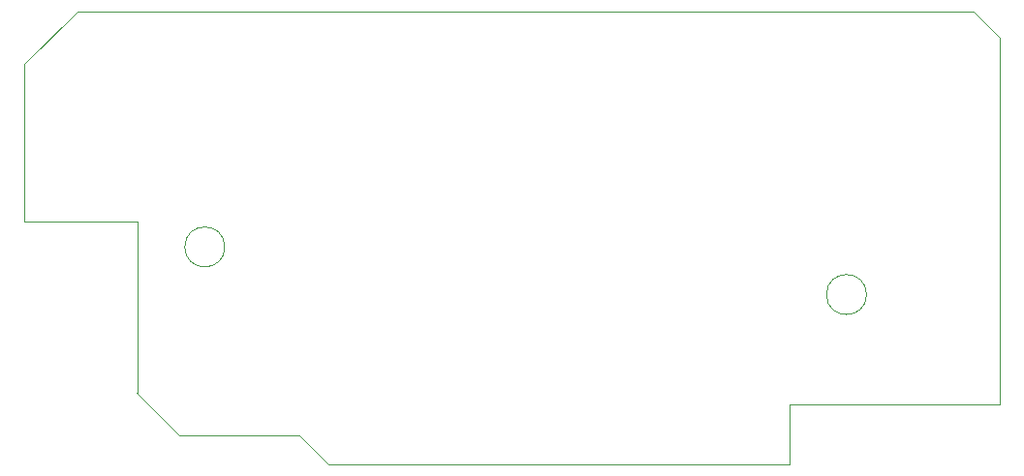
<source format=gbr>
%TF.GenerationSoftware,KiCad,Pcbnew,8.0.2-1*%
%TF.CreationDate,2024-05-27T16:57:43-04:00*%
%TF.ProjectId,checkpoint,63686563-6b70-46f6-996e-742e6b696361,v1.1*%
%TF.SameCoordinates,Original*%
%TF.FileFunction,Profile,NP*%
%FSLAX46Y46*%
G04 Gerber Fmt 4.6, Leading zero omitted, Abs format (unit mm)*
G04 Created by KiCad (PCBNEW 8.0.2-1) date 2024-05-27 16:57:43*
%MOMM*%
%LPD*%
G01*
G04 APERTURE LIST*
%TA.AperFunction,Profile*%
%ADD10C,0.050000*%
%TD*%
G04 APERTURE END LIST*
D10*
X10394592Y-34419278D02*
X10394592Y-19408882D01*
X14101983Y-38129760D02*
X10391501Y-34419278D01*
X5144592Y-1017500D02*
X569592Y-5592500D01*
X67419592Y-40658882D02*
X67419592Y-35388882D01*
X85794592Y-35388882D02*
X67419592Y-35388882D01*
X27113876Y-40658882D02*
X24584754Y-38129760D01*
X18059592Y-21627882D02*
G75*
G02*
X14559592Y-21627882I-1750000J0D01*
G01*
X14559592Y-21627882D02*
G75*
G02*
X18059592Y-21627882I1750000J0D01*
G01*
X74141592Y-25796882D02*
G75*
G02*
X70641592Y-25796882I-1750000J0D01*
G01*
X70641592Y-25796882D02*
G75*
G02*
X74141592Y-25796882I1750000J0D01*
G01*
X67420000Y-40658882D02*
X27114284Y-40658882D01*
X10394592Y-19408882D02*
X569592Y-19408882D01*
X24586210Y-38129760D02*
X14101983Y-38129760D01*
X85794592Y-3342500D02*
X85794592Y-35388882D01*
X85794592Y-3342500D02*
X83469607Y-1017500D01*
X569592Y-19408882D02*
X569592Y-5592500D01*
X5144592Y-1017500D02*
X83469607Y-1017500D01*
M02*

</source>
